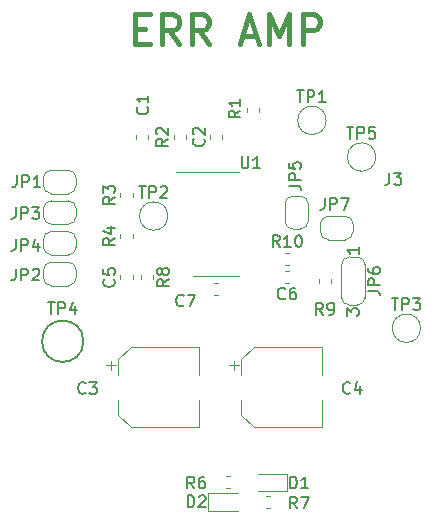
<source format=gbr>
G04 #@! TF.GenerationSoftware,KiCad,Pcbnew,(5.1.5)-3*
G04 #@! TF.CreationDate,2020-10-27T23:36:23+01:00*
G04 #@! TF.ProjectId,error_amplifier_1,6572726f-725f-4616-9d70-6c6966696572,rev?*
G04 #@! TF.SameCoordinates,Original*
G04 #@! TF.FileFunction,Legend,Top*
G04 #@! TF.FilePolarity,Positive*
%FSLAX46Y46*%
G04 Gerber Fmt 4.6, Leading zero omitted, Abs format (unit mm)*
G04 Created by KiCad (PCBNEW (5.1.5)-3) date 2020-10-27 23:36:23*
%MOMM*%
%LPD*%
G04 APERTURE LIST*
%ADD10C,0.400000*%
%ADD11C,0.120000*%
%ADD12C,0.150000*%
G04 APERTURE END LIST*
D10*
X107361904Y-116221428D02*
X108195238Y-116221428D01*
X108552380Y-117530952D02*
X107361904Y-117530952D01*
X107361904Y-115030952D01*
X108552380Y-115030952D01*
X111052380Y-117530952D02*
X110219047Y-116340476D01*
X109623809Y-117530952D02*
X109623809Y-115030952D01*
X110576190Y-115030952D01*
X110814285Y-115150000D01*
X110933333Y-115269047D01*
X111052380Y-115507142D01*
X111052380Y-115864285D01*
X110933333Y-116102380D01*
X110814285Y-116221428D01*
X110576190Y-116340476D01*
X109623809Y-116340476D01*
X113552380Y-117530952D02*
X112719047Y-116340476D01*
X112123809Y-117530952D02*
X112123809Y-115030952D01*
X113076190Y-115030952D01*
X113314285Y-115150000D01*
X113433333Y-115269047D01*
X113552380Y-115507142D01*
X113552380Y-115864285D01*
X113433333Y-116102380D01*
X113314285Y-116221428D01*
X113076190Y-116340476D01*
X112123809Y-116340476D01*
X116409523Y-116816666D02*
X117600000Y-116816666D01*
X116171428Y-117530952D02*
X117004761Y-115030952D01*
X117838095Y-117530952D01*
X118671428Y-117530952D02*
X118671428Y-115030952D01*
X119504761Y-116816666D01*
X120338095Y-115030952D01*
X120338095Y-117530952D01*
X121528571Y-117530952D02*
X121528571Y-115030952D01*
X122480952Y-115030952D01*
X122719047Y-115150000D01*
X122838095Y-115269047D01*
X122957142Y-115507142D01*
X122957142Y-115864285D01*
X122838095Y-116102380D01*
X122719047Y-116221428D01*
X122480952Y-116340476D01*
X121528571Y-116340476D01*
D11*
X127700000Y-127100000D02*
G75*
G03X127700000Y-127100000I-1200000J0D01*
G01*
X131500000Y-141600000D02*
G75*
G03X131500000Y-141600000I-1200000J0D01*
G01*
X110100000Y-132100000D02*
G75*
G03X110100000Y-132100000I-1200000J0D01*
G01*
X123500000Y-124000000D02*
G75*
G03X123500000Y-124000000I-1200000J0D01*
G01*
X114200000Y-128345000D02*
X110750000Y-128345000D01*
X114200000Y-128345000D02*
X116150000Y-128345000D01*
X114200000Y-137215000D02*
X112250000Y-137215000D01*
X114200000Y-137215000D02*
X116150000Y-137215000D01*
D12*
X102950000Y-142700000D02*
G75*
G03X102950000Y-142700000I-1750000J0D01*
G01*
D11*
X120028733Y-136210000D02*
X120371267Y-136210000D01*
X120028733Y-135190000D02*
X120371267Y-135190000D01*
X122890000Y-137428733D02*
X122890000Y-137771267D01*
X123910000Y-137428733D02*
X123910000Y-137771267D01*
X107790000Y-137128733D02*
X107790000Y-137471267D01*
X108810000Y-137128733D02*
X108810000Y-137471267D01*
X118388733Y-156830000D02*
X118731267Y-156830000D01*
X118388733Y-155810000D02*
X118731267Y-155810000D01*
X115371267Y-154130000D02*
X115028733Y-154130000D01*
X115371267Y-155150000D02*
X115028733Y-155150000D01*
X107110000Y-133971267D02*
X107110000Y-133628733D01*
X106090000Y-133971267D02*
X106090000Y-133628733D01*
X107110000Y-130471267D02*
X107110000Y-130128733D01*
X106090000Y-130471267D02*
X106090000Y-130128733D01*
X111610000Y-125571267D02*
X111610000Y-125228733D01*
X110590000Y-125571267D02*
X110590000Y-125228733D01*
X117810000Y-123271267D02*
X117810000Y-122928733D01*
X116790000Y-123271267D02*
X116790000Y-122928733D01*
X125100000Y-134100000D02*
X123700000Y-134100000D01*
X123000000Y-133400000D02*
X123000000Y-132800000D01*
X123700000Y-132100000D02*
X125100000Y-132100000D01*
X125800000Y-132800000D02*
X125800000Y-133400000D01*
X125800000Y-133400000D02*
G75*
G02X125100000Y-134100000I-700000J0D01*
G01*
X125100000Y-132100000D02*
G75*
G02X125800000Y-132800000I0J-700000D01*
G01*
X123000000Y-132800000D02*
G75*
G02X123700000Y-132100000I700000J0D01*
G01*
X123700000Y-134100000D02*
G75*
G02X123000000Y-133400000I0J700000D01*
G01*
X126100000Y-135550000D02*
G75*
G02X126800000Y-136250000I0J-700000D01*
G01*
X124800000Y-136250000D02*
G75*
G02X125500000Y-135550000I700000J0D01*
G01*
X125500000Y-139650000D02*
G75*
G02X124800000Y-138950000I0J700000D01*
G01*
X126800000Y-138950000D02*
G75*
G02X126100000Y-139650000I-700000J0D01*
G01*
X126800000Y-136200000D02*
X126800000Y-139000000D01*
X126100000Y-139650000D02*
X125500000Y-139650000D01*
X124800000Y-139000000D02*
X124800000Y-136200000D01*
X125500000Y-135550000D02*
X126100000Y-135550000D01*
X120000000Y-132500000D02*
X120000000Y-131100000D01*
X120700000Y-130400000D02*
X121300000Y-130400000D01*
X122000000Y-131100000D02*
X122000000Y-132500000D01*
X121300000Y-133200000D02*
X120700000Y-133200000D01*
X120700000Y-133200000D02*
G75*
G02X120000000Y-132500000I0J700000D01*
G01*
X122000000Y-132500000D02*
G75*
G02X121300000Y-133200000I-700000J0D01*
G01*
X121300000Y-130400000D02*
G75*
G02X122000000Y-131100000I0J-700000D01*
G01*
X120000000Y-131100000D02*
G75*
G02X120700000Y-130400000I700000J0D01*
G01*
X100250000Y-133400000D02*
X101650000Y-133400000D01*
X102350000Y-134100000D02*
X102350000Y-134700000D01*
X101650000Y-135400000D02*
X100250000Y-135400000D01*
X99550000Y-134700000D02*
X99550000Y-134100000D01*
X99550000Y-134100000D02*
G75*
G02X100250000Y-133400000I700000J0D01*
G01*
X100250000Y-135400000D02*
G75*
G02X99550000Y-134700000I0J700000D01*
G01*
X102350000Y-134700000D02*
G75*
G02X101650000Y-135400000I-700000J0D01*
G01*
X101650000Y-133400000D02*
G75*
G02X102350000Y-134100000I0J-700000D01*
G01*
X100250000Y-130800000D02*
X101650000Y-130800000D01*
X102350000Y-131500000D02*
X102350000Y-132100000D01*
X101650000Y-132800000D02*
X100250000Y-132800000D01*
X99550000Y-132100000D02*
X99550000Y-131500000D01*
X99550000Y-131500000D02*
G75*
G02X100250000Y-130800000I700000J0D01*
G01*
X100250000Y-132800000D02*
G75*
G02X99550000Y-132100000I0J700000D01*
G01*
X102350000Y-132100000D02*
G75*
G02X101650000Y-132800000I-700000J0D01*
G01*
X101650000Y-130800000D02*
G75*
G02X102350000Y-131500000I0J-700000D01*
G01*
X100250000Y-136000000D02*
X101650000Y-136000000D01*
X102350000Y-136700000D02*
X102350000Y-137300000D01*
X101650000Y-138000000D02*
X100250000Y-138000000D01*
X99550000Y-137300000D02*
X99550000Y-136700000D01*
X99550000Y-136700000D02*
G75*
G02X100250000Y-136000000I700000J0D01*
G01*
X100250000Y-138000000D02*
G75*
G02X99550000Y-137300000I0J700000D01*
G01*
X102350000Y-137300000D02*
G75*
G02X101650000Y-138000000I-700000J0D01*
G01*
X101650000Y-136000000D02*
G75*
G02X102350000Y-136700000I0J-700000D01*
G01*
X100250000Y-128200000D02*
X101650000Y-128200000D01*
X102350000Y-128900000D02*
X102350000Y-129500000D01*
X101650000Y-130200000D02*
X100250000Y-130200000D01*
X99550000Y-129500000D02*
X99550000Y-128900000D01*
X99550000Y-128900000D02*
G75*
G02X100250000Y-128200000I700000J0D01*
G01*
X100250000Y-130200000D02*
G75*
G02X99550000Y-129500000I0J700000D01*
G01*
X102350000Y-129500000D02*
G75*
G02X101650000Y-130200000I-700000J0D01*
G01*
X101650000Y-128200000D02*
G75*
G02X102350000Y-128900000I0J-700000D01*
G01*
X113540000Y-157055000D02*
X116000000Y-157055000D01*
X113540000Y-155585000D02*
X113540000Y-157055000D01*
X116000000Y-155585000D02*
X113540000Y-155585000D01*
X120160000Y-153905000D02*
X117700000Y-153905000D01*
X120160000Y-155375000D02*
X120160000Y-153905000D01*
X117700000Y-155375000D02*
X120160000Y-155375000D01*
X114371267Y-137790000D02*
X114028733Y-137790000D01*
X114371267Y-138810000D02*
X114028733Y-138810000D01*
X120028733Y-137810000D02*
X120371267Y-137810000D01*
X120028733Y-136790000D02*
X120371267Y-136790000D01*
X107110000Y-137471267D02*
X107110000Y-137128733D01*
X106090000Y-137471267D02*
X106090000Y-137128733D01*
X115696250Y-144338750D02*
X115696250Y-145126250D01*
X115302500Y-144732500D02*
X116090000Y-144732500D01*
X116330000Y-148925563D02*
X117394437Y-149990000D01*
X116330000Y-144234437D02*
X117394437Y-143170000D01*
X116330000Y-144234437D02*
X116330000Y-145520000D01*
X116330000Y-148925563D02*
X116330000Y-147640000D01*
X117394437Y-149990000D02*
X123150000Y-149990000D01*
X117394437Y-143170000D02*
X123150000Y-143170000D01*
X123150000Y-143170000D02*
X123150000Y-145520000D01*
X123150000Y-149990000D02*
X123150000Y-147640000D01*
X105276250Y-144338750D02*
X105276250Y-145126250D01*
X104882500Y-144732500D02*
X105670000Y-144732500D01*
X105910000Y-148925563D02*
X106974437Y-149990000D01*
X105910000Y-144234437D02*
X106974437Y-143170000D01*
X105910000Y-144234437D02*
X105910000Y-145520000D01*
X105910000Y-148925563D02*
X105910000Y-147640000D01*
X106974437Y-149990000D02*
X112730000Y-149990000D01*
X106974437Y-143170000D02*
X112730000Y-143170000D01*
X112730000Y-143170000D02*
X112730000Y-145520000D01*
X112730000Y-149990000D02*
X112730000Y-147640000D01*
X114710000Y-125571267D02*
X114710000Y-125228733D01*
X113690000Y-125571267D02*
X113690000Y-125228733D01*
X108410000Y-125571267D02*
X108410000Y-125228733D01*
X107390000Y-125571267D02*
X107390000Y-125228733D01*
D12*
X125238095Y-124554380D02*
X125809523Y-124554380D01*
X125523809Y-125554380D02*
X125523809Y-124554380D01*
X126142857Y-125554380D02*
X126142857Y-124554380D01*
X126523809Y-124554380D01*
X126619047Y-124602000D01*
X126666666Y-124649619D01*
X126714285Y-124744857D01*
X126714285Y-124887714D01*
X126666666Y-124982952D01*
X126619047Y-125030571D01*
X126523809Y-125078190D01*
X126142857Y-125078190D01*
X127619047Y-124554380D02*
X127142857Y-124554380D01*
X127095238Y-125030571D01*
X127142857Y-124982952D01*
X127238095Y-124935333D01*
X127476190Y-124935333D01*
X127571428Y-124982952D01*
X127619047Y-125030571D01*
X127666666Y-125125809D01*
X127666666Y-125363904D01*
X127619047Y-125459142D01*
X127571428Y-125506761D01*
X127476190Y-125554380D01*
X127238095Y-125554380D01*
X127142857Y-125506761D01*
X127095238Y-125459142D01*
X129038095Y-139054380D02*
X129609523Y-139054380D01*
X129323809Y-140054380D02*
X129323809Y-139054380D01*
X129942857Y-140054380D02*
X129942857Y-139054380D01*
X130323809Y-139054380D01*
X130419047Y-139102000D01*
X130466666Y-139149619D01*
X130514285Y-139244857D01*
X130514285Y-139387714D01*
X130466666Y-139482952D01*
X130419047Y-139530571D01*
X130323809Y-139578190D01*
X129942857Y-139578190D01*
X130847619Y-139054380D02*
X131466666Y-139054380D01*
X131133333Y-139435333D01*
X131276190Y-139435333D01*
X131371428Y-139482952D01*
X131419047Y-139530571D01*
X131466666Y-139625809D01*
X131466666Y-139863904D01*
X131419047Y-139959142D01*
X131371428Y-140006761D01*
X131276190Y-140054380D01*
X130990476Y-140054380D01*
X130895238Y-140006761D01*
X130847619Y-139959142D01*
X107638095Y-129554380D02*
X108209523Y-129554380D01*
X107923809Y-130554380D02*
X107923809Y-129554380D01*
X108542857Y-130554380D02*
X108542857Y-129554380D01*
X108923809Y-129554380D01*
X109019047Y-129602000D01*
X109066666Y-129649619D01*
X109114285Y-129744857D01*
X109114285Y-129887714D01*
X109066666Y-129982952D01*
X109019047Y-130030571D01*
X108923809Y-130078190D01*
X108542857Y-130078190D01*
X109495238Y-129649619D02*
X109542857Y-129602000D01*
X109638095Y-129554380D01*
X109876190Y-129554380D01*
X109971428Y-129602000D01*
X110019047Y-129649619D01*
X110066666Y-129744857D01*
X110066666Y-129840095D01*
X110019047Y-129982952D01*
X109447619Y-130554380D01*
X110066666Y-130554380D01*
X121038095Y-121454380D02*
X121609523Y-121454380D01*
X121323809Y-122454380D02*
X121323809Y-121454380D01*
X121942857Y-122454380D02*
X121942857Y-121454380D01*
X122323809Y-121454380D01*
X122419047Y-121502000D01*
X122466666Y-121549619D01*
X122514285Y-121644857D01*
X122514285Y-121787714D01*
X122466666Y-121882952D01*
X122419047Y-121930571D01*
X122323809Y-121978190D01*
X121942857Y-121978190D01*
X123466666Y-122454380D02*
X122895238Y-122454380D01*
X123180952Y-122454380D02*
X123180952Y-121454380D01*
X123085714Y-121597238D01*
X122990476Y-121692476D01*
X122895238Y-121740095D01*
X116338095Y-127052380D02*
X116338095Y-127861904D01*
X116385714Y-127957142D01*
X116433333Y-128004761D01*
X116528571Y-128052380D01*
X116719047Y-128052380D01*
X116814285Y-128004761D01*
X116861904Y-127957142D01*
X116909523Y-127861904D01*
X116909523Y-127052380D01*
X117909523Y-128052380D02*
X117338095Y-128052380D01*
X117623809Y-128052380D02*
X117623809Y-127052380D01*
X117528571Y-127195238D01*
X117433333Y-127290476D01*
X117338095Y-127338095D01*
X99938095Y-139402380D02*
X100509523Y-139402380D01*
X100223809Y-140402380D02*
X100223809Y-139402380D01*
X100842857Y-140402380D02*
X100842857Y-139402380D01*
X101223809Y-139402380D01*
X101319047Y-139450000D01*
X101366666Y-139497619D01*
X101414285Y-139592857D01*
X101414285Y-139735714D01*
X101366666Y-139830952D01*
X101319047Y-139878571D01*
X101223809Y-139926190D01*
X100842857Y-139926190D01*
X102271428Y-139735714D02*
X102271428Y-140402380D01*
X102033333Y-139354761D02*
X101795238Y-140069047D01*
X102414285Y-140069047D01*
X119557142Y-134722380D02*
X119223809Y-134246190D01*
X118985714Y-134722380D02*
X118985714Y-133722380D01*
X119366666Y-133722380D01*
X119461904Y-133770000D01*
X119509523Y-133817619D01*
X119557142Y-133912857D01*
X119557142Y-134055714D01*
X119509523Y-134150952D01*
X119461904Y-134198571D01*
X119366666Y-134246190D01*
X118985714Y-134246190D01*
X120509523Y-134722380D02*
X119938095Y-134722380D01*
X120223809Y-134722380D02*
X120223809Y-133722380D01*
X120128571Y-133865238D01*
X120033333Y-133960476D01*
X119938095Y-134008095D01*
X121128571Y-133722380D02*
X121223809Y-133722380D01*
X121319047Y-133770000D01*
X121366666Y-133817619D01*
X121414285Y-133912857D01*
X121461904Y-134103333D01*
X121461904Y-134341428D01*
X121414285Y-134531904D01*
X121366666Y-134627142D01*
X121319047Y-134674761D01*
X121223809Y-134722380D01*
X121128571Y-134722380D01*
X121033333Y-134674761D01*
X120985714Y-134627142D01*
X120938095Y-134531904D01*
X120890476Y-134341428D01*
X120890476Y-134103333D01*
X120938095Y-133912857D01*
X120985714Y-133817619D01*
X121033333Y-133770000D01*
X121128571Y-133722380D01*
X123233333Y-140452380D02*
X122900000Y-139976190D01*
X122661904Y-140452380D02*
X122661904Y-139452380D01*
X123042857Y-139452380D01*
X123138095Y-139500000D01*
X123185714Y-139547619D01*
X123233333Y-139642857D01*
X123233333Y-139785714D01*
X123185714Y-139880952D01*
X123138095Y-139928571D01*
X123042857Y-139976190D01*
X122661904Y-139976190D01*
X123709523Y-140452380D02*
X123900000Y-140452380D01*
X123995238Y-140404761D01*
X124042857Y-140357142D01*
X124138095Y-140214285D01*
X124185714Y-140023809D01*
X124185714Y-139642857D01*
X124138095Y-139547619D01*
X124090476Y-139500000D01*
X123995238Y-139452380D01*
X123804761Y-139452380D01*
X123709523Y-139500000D01*
X123661904Y-139547619D01*
X123614285Y-139642857D01*
X123614285Y-139880952D01*
X123661904Y-139976190D01*
X123709523Y-140023809D01*
X123804761Y-140071428D01*
X123995238Y-140071428D01*
X124090476Y-140023809D01*
X124138095Y-139976190D01*
X124185714Y-139880952D01*
X110182380Y-137466666D02*
X109706190Y-137800000D01*
X110182380Y-138038095D02*
X109182380Y-138038095D01*
X109182380Y-137657142D01*
X109230000Y-137561904D01*
X109277619Y-137514285D01*
X109372857Y-137466666D01*
X109515714Y-137466666D01*
X109610952Y-137514285D01*
X109658571Y-137561904D01*
X109706190Y-137657142D01*
X109706190Y-138038095D01*
X109610952Y-136895238D02*
X109563333Y-136990476D01*
X109515714Y-137038095D01*
X109420476Y-137085714D01*
X109372857Y-137085714D01*
X109277619Y-137038095D01*
X109230000Y-136990476D01*
X109182380Y-136895238D01*
X109182380Y-136704761D01*
X109230000Y-136609523D01*
X109277619Y-136561904D01*
X109372857Y-136514285D01*
X109420476Y-136514285D01*
X109515714Y-136561904D01*
X109563333Y-136609523D01*
X109610952Y-136704761D01*
X109610952Y-136895238D01*
X109658571Y-136990476D01*
X109706190Y-137038095D01*
X109801428Y-137085714D01*
X109991904Y-137085714D01*
X110087142Y-137038095D01*
X110134761Y-136990476D01*
X110182380Y-136895238D01*
X110182380Y-136704761D01*
X110134761Y-136609523D01*
X110087142Y-136561904D01*
X109991904Y-136514285D01*
X109801428Y-136514285D01*
X109706190Y-136561904D01*
X109658571Y-136609523D01*
X109610952Y-136704761D01*
X121033333Y-156852380D02*
X120700000Y-156376190D01*
X120461904Y-156852380D02*
X120461904Y-155852380D01*
X120842857Y-155852380D01*
X120938095Y-155900000D01*
X120985714Y-155947619D01*
X121033333Y-156042857D01*
X121033333Y-156185714D01*
X120985714Y-156280952D01*
X120938095Y-156328571D01*
X120842857Y-156376190D01*
X120461904Y-156376190D01*
X121366666Y-155852380D02*
X122033333Y-155852380D01*
X121604761Y-156852380D01*
X112333333Y-155152380D02*
X112000000Y-154676190D01*
X111761904Y-155152380D02*
X111761904Y-154152380D01*
X112142857Y-154152380D01*
X112238095Y-154200000D01*
X112285714Y-154247619D01*
X112333333Y-154342857D01*
X112333333Y-154485714D01*
X112285714Y-154580952D01*
X112238095Y-154628571D01*
X112142857Y-154676190D01*
X111761904Y-154676190D01*
X113190476Y-154152380D02*
X113000000Y-154152380D01*
X112904761Y-154200000D01*
X112857142Y-154247619D01*
X112761904Y-154390476D01*
X112714285Y-154580952D01*
X112714285Y-154961904D01*
X112761904Y-155057142D01*
X112809523Y-155104761D01*
X112904761Y-155152380D01*
X113095238Y-155152380D01*
X113190476Y-155104761D01*
X113238095Y-155057142D01*
X113285714Y-154961904D01*
X113285714Y-154723809D01*
X113238095Y-154628571D01*
X113190476Y-154580952D01*
X113095238Y-154533333D01*
X112904761Y-154533333D01*
X112809523Y-154580952D01*
X112761904Y-154628571D01*
X112714285Y-154723809D01*
X105622380Y-133966666D02*
X105146190Y-134300000D01*
X105622380Y-134538095D02*
X104622380Y-134538095D01*
X104622380Y-134157142D01*
X104670000Y-134061904D01*
X104717619Y-134014285D01*
X104812857Y-133966666D01*
X104955714Y-133966666D01*
X105050952Y-134014285D01*
X105098571Y-134061904D01*
X105146190Y-134157142D01*
X105146190Y-134538095D01*
X104955714Y-133109523D02*
X105622380Y-133109523D01*
X104574761Y-133347619D02*
X105289047Y-133585714D01*
X105289047Y-132966666D01*
X105622380Y-130466666D02*
X105146190Y-130800000D01*
X105622380Y-131038095D02*
X104622380Y-131038095D01*
X104622380Y-130657142D01*
X104670000Y-130561904D01*
X104717619Y-130514285D01*
X104812857Y-130466666D01*
X104955714Y-130466666D01*
X105050952Y-130514285D01*
X105098571Y-130561904D01*
X105146190Y-130657142D01*
X105146190Y-131038095D01*
X104622380Y-130133333D02*
X104622380Y-129514285D01*
X105003333Y-129847619D01*
X105003333Y-129704761D01*
X105050952Y-129609523D01*
X105098571Y-129561904D01*
X105193809Y-129514285D01*
X105431904Y-129514285D01*
X105527142Y-129561904D01*
X105574761Y-129609523D01*
X105622380Y-129704761D01*
X105622380Y-129990476D01*
X105574761Y-130085714D01*
X105527142Y-130133333D01*
X110122380Y-125566666D02*
X109646190Y-125900000D01*
X110122380Y-126138095D02*
X109122380Y-126138095D01*
X109122380Y-125757142D01*
X109170000Y-125661904D01*
X109217619Y-125614285D01*
X109312857Y-125566666D01*
X109455714Y-125566666D01*
X109550952Y-125614285D01*
X109598571Y-125661904D01*
X109646190Y-125757142D01*
X109646190Y-126138095D01*
X109217619Y-125185714D02*
X109170000Y-125138095D01*
X109122380Y-125042857D01*
X109122380Y-124804761D01*
X109170000Y-124709523D01*
X109217619Y-124661904D01*
X109312857Y-124614285D01*
X109408095Y-124614285D01*
X109550952Y-124661904D01*
X110122380Y-125233333D01*
X110122380Y-124614285D01*
X116252380Y-123166666D02*
X115776190Y-123500000D01*
X116252380Y-123738095D02*
X115252380Y-123738095D01*
X115252380Y-123357142D01*
X115300000Y-123261904D01*
X115347619Y-123214285D01*
X115442857Y-123166666D01*
X115585714Y-123166666D01*
X115680952Y-123214285D01*
X115728571Y-123261904D01*
X115776190Y-123357142D01*
X115776190Y-123738095D01*
X116252380Y-122214285D02*
X116252380Y-122785714D01*
X116252380Y-122500000D02*
X115252380Y-122500000D01*
X115395238Y-122595238D01*
X115490476Y-122690476D01*
X115538095Y-122785714D01*
X123366666Y-130552380D02*
X123366666Y-131266666D01*
X123319047Y-131409523D01*
X123223809Y-131504761D01*
X123080952Y-131552380D01*
X122985714Y-131552380D01*
X123842857Y-131552380D02*
X123842857Y-130552380D01*
X124223809Y-130552380D01*
X124319047Y-130600000D01*
X124366666Y-130647619D01*
X124414285Y-130742857D01*
X124414285Y-130885714D01*
X124366666Y-130980952D01*
X124319047Y-131028571D01*
X124223809Y-131076190D01*
X123842857Y-131076190D01*
X124747619Y-130552380D02*
X125414285Y-130552380D01*
X124985714Y-131552380D01*
X127052380Y-138433333D02*
X127766666Y-138433333D01*
X127909523Y-138480952D01*
X128004761Y-138576190D01*
X128052380Y-138719047D01*
X128052380Y-138814285D01*
X128052380Y-137957142D02*
X127052380Y-137957142D01*
X127052380Y-137576190D01*
X127100000Y-137480952D01*
X127147619Y-137433333D01*
X127242857Y-137385714D01*
X127385714Y-137385714D01*
X127480952Y-137433333D01*
X127528571Y-137480952D01*
X127576190Y-137576190D01*
X127576190Y-137957142D01*
X127052380Y-136528571D02*
X127052380Y-136719047D01*
X127100000Y-136814285D01*
X127147619Y-136861904D01*
X127290476Y-136957142D01*
X127480952Y-137004761D01*
X127861904Y-137004761D01*
X127957142Y-136957142D01*
X128004761Y-136909523D01*
X128052380Y-136814285D01*
X128052380Y-136623809D01*
X128004761Y-136528571D01*
X127957142Y-136480952D01*
X127861904Y-136433333D01*
X127623809Y-136433333D01*
X127528571Y-136480952D01*
X127480952Y-136528571D01*
X127433333Y-136623809D01*
X127433333Y-136814285D01*
X127480952Y-136909523D01*
X127528571Y-136957142D01*
X127623809Y-137004761D01*
X126252380Y-134714285D02*
X126252380Y-135285714D01*
X126252380Y-135000000D02*
X125252380Y-135000000D01*
X125395238Y-135095238D01*
X125490476Y-135190476D01*
X125538095Y-135285714D01*
X125252380Y-140533333D02*
X125252380Y-139914285D01*
X125633333Y-140247619D01*
X125633333Y-140104761D01*
X125680952Y-140009523D01*
X125728571Y-139961904D01*
X125823809Y-139914285D01*
X126061904Y-139914285D01*
X126157142Y-139961904D01*
X126204761Y-140009523D01*
X126252380Y-140104761D01*
X126252380Y-140390476D01*
X126204761Y-140485714D01*
X126157142Y-140533333D01*
X120352380Y-129533333D02*
X121066666Y-129533333D01*
X121209523Y-129580952D01*
X121304761Y-129676190D01*
X121352380Y-129819047D01*
X121352380Y-129914285D01*
X121352380Y-129057142D02*
X120352380Y-129057142D01*
X120352380Y-128676190D01*
X120400000Y-128580952D01*
X120447619Y-128533333D01*
X120542857Y-128485714D01*
X120685714Y-128485714D01*
X120780952Y-128533333D01*
X120828571Y-128580952D01*
X120876190Y-128676190D01*
X120876190Y-129057142D01*
X120352380Y-127580952D02*
X120352380Y-128057142D01*
X120828571Y-128104761D01*
X120780952Y-128057142D01*
X120733333Y-127961904D01*
X120733333Y-127723809D01*
X120780952Y-127628571D01*
X120828571Y-127580952D01*
X120923809Y-127533333D01*
X121161904Y-127533333D01*
X121257142Y-127580952D01*
X121304761Y-127628571D01*
X121352380Y-127723809D01*
X121352380Y-127961904D01*
X121304761Y-128057142D01*
X121257142Y-128104761D01*
X97216666Y-134052380D02*
X97216666Y-134766666D01*
X97169047Y-134909523D01*
X97073809Y-135004761D01*
X96930952Y-135052380D01*
X96835714Y-135052380D01*
X97692857Y-135052380D02*
X97692857Y-134052380D01*
X98073809Y-134052380D01*
X98169047Y-134100000D01*
X98216666Y-134147619D01*
X98264285Y-134242857D01*
X98264285Y-134385714D01*
X98216666Y-134480952D01*
X98169047Y-134528571D01*
X98073809Y-134576190D01*
X97692857Y-134576190D01*
X99121428Y-134385714D02*
X99121428Y-135052380D01*
X98883333Y-134004761D02*
X98645238Y-134719047D01*
X99264285Y-134719047D01*
X97216666Y-131352380D02*
X97216666Y-132066666D01*
X97169047Y-132209523D01*
X97073809Y-132304761D01*
X96930952Y-132352380D01*
X96835714Y-132352380D01*
X97692857Y-132352380D02*
X97692857Y-131352380D01*
X98073809Y-131352380D01*
X98169047Y-131400000D01*
X98216666Y-131447619D01*
X98264285Y-131542857D01*
X98264285Y-131685714D01*
X98216666Y-131780952D01*
X98169047Y-131828571D01*
X98073809Y-131876190D01*
X97692857Y-131876190D01*
X98597619Y-131352380D02*
X99216666Y-131352380D01*
X98883333Y-131733333D01*
X99026190Y-131733333D01*
X99121428Y-131780952D01*
X99169047Y-131828571D01*
X99216666Y-131923809D01*
X99216666Y-132161904D01*
X99169047Y-132257142D01*
X99121428Y-132304761D01*
X99026190Y-132352380D01*
X98740476Y-132352380D01*
X98645238Y-132304761D01*
X98597619Y-132257142D01*
X97216666Y-136552380D02*
X97216666Y-137266666D01*
X97169047Y-137409523D01*
X97073809Y-137504761D01*
X96930952Y-137552380D01*
X96835714Y-137552380D01*
X97692857Y-137552380D02*
X97692857Y-136552380D01*
X98073809Y-136552380D01*
X98169047Y-136600000D01*
X98216666Y-136647619D01*
X98264285Y-136742857D01*
X98264285Y-136885714D01*
X98216666Y-136980952D01*
X98169047Y-137028571D01*
X98073809Y-137076190D01*
X97692857Y-137076190D01*
X98645238Y-136647619D02*
X98692857Y-136600000D01*
X98788095Y-136552380D01*
X99026190Y-136552380D01*
X99121428Y-136600000D01*
X99169047Y-136647619D01*
X99216666Y-136742857D01*
X99216666Y-136838095D01*
X99169047Y-136980952D01*
X98597619Y-137552380D01*
X99216666Y-137552380D01*
X97316666Y-128652380D02*
X97316666Y-129366666D01*
X97269047Y-129509523D01*
X97173809Y-129604761D01*
X97030952Y-129652380D01*
X96935714Y-129652380D01*
X97792857Y-129652380D02*
X97792857Y-128652380D01*
X98173809Y-128652380D01*
X98269047Y-128700000D01*
X98316666Y-128747619D01*
X98364285Y-128842857D01*
X98364285Y-128985714D01*
X98316666Y-129080952D01*
X98269047Y-129128571D01*
X98173809Y-129176190D01*
X97792857Y-129176190D01*
X99316666Y-129652380D02*
X98745238Y-129652380D01*
X99030952Y-129652380D02*
X99030952Y-128652380D01*
X98935714Y-128795238D01*
X98840476Y-128890476D01*
X98745238Y-128938095D01*
X128866666Y-128452380D02*
X128866666Y-129166666D01*
X128819047Y-129309523D01*
X128723809Y-129404761D01*
X128580952Y-129452380D01*
X128485714Y-129452380D01*
X129247619Y-128452380D02*
X129866666Y-128452380D01*
X129533333Y-128833333D01*
X129676190Y-128833333D01*
X129771428Y-128880952D01*
X129819047Y-128928571D01*
X129866666Y-129023809D01*
X129866666Y-129261904D01*
X129819047Y-129357142D01*
X129771428Y-129404761D01*
X129676190Y-129452380D01*
X129390476Y-129452380D01*
X129295238Y-129404761D01*
X129247619Y-129357142D01*
X111781904Y-156752380D02*
X111781904Y-155752380D01*
X112020000Y-155752380D01*
X112162857Y-155800000D01*
X112258095Y-155895238D01*
X112305714Y-155990476D01*
X112353333Y-156180952D01*
X112353333Y-156323809D01*
X112305714Y-156514285D01*
X112258095Y-156609523D01*
X112162857Y-156704761D01*
X112020000Y-156752380D01*
X111781904Y-156752380D01*
X112734285Y-155847619D02*
X112781904Y-155800000D01*
X112877142Y-155752380D01*
X113115238Y-155752380D01*
X113210476Y-155800000D01*
X113258095Y-155847619D01*
X113305714Y-155942857D01*
X113305714Y-156038095D01*
X113258095Y-156180952D01*
X112686666Y-156752380D01*
X113305714Y-156752380D01*
X120461904Y-155152380D02*
X120461904Y-154152380D01*
X120700000Y-154152380D01*
X120842857Y-154200000D01*
X120938095Y-154295238D01*
X120985714Y-154390476D01*
X121033333Y-154580952D01*
X121033333Y-154723809D01*
X120985714Y-154914285D01*
X120938095Y-155009523D01*
X120842857Y-155104761D01*
X120700000Y-155152380D01*
X120461904Y-155152380D01*
X121985714Y-155152380D02*
X121414285Y-155152380D01*
X121700000Y-155152380D02*
X121700000Y-154152380D01*
X121604761Y-154295238D01*
X121509523Y-154390476D01*
X121414285Y-154438095D01*
X111433333Y-139657142D02*
X111385714Y-139704761D01*
X111242857Y-139752380D01*
X111147619Y-139752380D01*
X111004761Y-139704761D01*
X110909523Y-139609523D01*
X110861904Y-139514285D01*
X110814285Y-139323809D01*
X110814285Y-139180952D01*
X110861904Y-138990476D01*
X110909523Y-138895238D01*
X111004761Y-138800000D01*
X111147619Y-138752380D01*
X111242857Y-138752380D01*
X111385714Y-138800000D01*
X111433333Y-138847619D01*
X111766666Y-138752380D02*
X112433333Y-138752380D01*
X112004761Y-139752380D01*
X120033333Y-139057142D02*
X119985714Y-139104761D01*
X119842857Y-139152380D01*
X119747619Y-139152380D01*
X119604761Y-139104761D01*
X119509523Y-139009523D01*
X119461904Y-138914285D01*
X119414285Y-138723809D01*
X119414285Y-138580952D01*
X119461904Y-138390476D01*
X119509523Y-138295238D01*
X119604761Y-138200000D01*
X119747619Y-138152380D01*
X119842857Y-138152380D01*
X119985714Y-138200000D01*
X120033333Y-138247619D01*
X120890476Y-138152380D02*
X120700000Y-138152380D01*
X120604761Y-138200000D01*
X120557142Y-138247619D01*
X120461904Y-138390476D01*
X120414285Y-138580952D01*
X120414285Y-138961904D01*
X120461904Y-139057142D01*
X120509523Y-139104761D01*
X120604761Y-139152380D01*
X120795238Y-139152380D01*
X120890476Y-139104761D01*
X120938095Y-139057142D01*
X120985714Y-138961904D01*
X120985714Y-138723809D01*
X120938095Y-138628571D01*
X120890476Y-138580952D01*
X120795238Y-138533333D01*
X120604761Y-138533333D01*
X120509523Y-138580952D01*
X120461904Y-138628571D01*
X120414285Y-138723809D01*
X105527142Y-137466666D02*
X105574761Y-137514285D01*
X105622380Y-137657142D01*
X105622380Y-137752380D01*
X105574761Y-137895238D01*
X105479523Y-137990476D01*
X105384285Y-138038095D01*
X105193809Y-138085714D01*
X105050952Y-138085714D01*
X104860476Y-138038095D01*
X104765238Y-137990476D01*
X104670000Y-137895238D01*
X104622380Y-137752380D01*
X104622380Y-137657142D01*
X104670000Y-137514285D01*
X104717619Y-137466666D01*
X104622380Y-136561904D02*
X104622380Y-137038095D01*
X105098571Y-137085714D01*
X105050952Y-137038095D01*
X105003333Y-136942857D01*
X105003333Y-136704761D01*
X105050952Y-136609523D01*
X105098571Y-136561904D01*
X105193809Y-136514285D01*
X105431904Y-136514285D01*
X105527142Y-136561904D01*
X105574761Y-136609523D01*
X105622380Y-136704761D01*
X105622380Y-136942857D01*
X105574761Y-137038095D01*
X105527142Y-137085714D01*
X125533333Y-147057142D02*
X125485714Y-147104761D01*
X125342857Y-147152380D01*
X125247619Y-147152380D01*
X125104761Y-147104761D01*
X125009523Y-147009523D01*
X124961904Y-146914285D01*
X124914285Y-146723809D01*
X124914285Y-146580952D01*
X124961904Y-146390476D01*
X125009523Y-146295238D01*
X125104761Y-146200000D01*
X125247619Y-146152380D01*
X125342857Y-146152380D01*
X125485714Y-146200000D01*
X125533333Y-146247619D01*
X126390476Y-146485714D02*
X126390476Y-147152380D01*
X126152380Y-146104761D02*
X125914285Y-146819047D01*
X126533333Y-146819047D01*
X103133333Y-147057142D02*
X103085714Y-147104761D01*
X102942857Y-147152380D01*
X102847619Y-147152380D01*
X102704761Y-147104761D01*
X102609523Y-147009523D01*
X102561904Y-146914285D01*
X102514285Y-146723809D01*
X102514285Y-146580952D01*
X102561904Y-146390476D01*
X102609523Y-146295238D01*
X102704761Y-146200000D01*
X102847619Y-146152380D01*
X102942857Y-146152380D01*
X103085714Y-146200000D01*
X103133333Y-146247619D01*
X103466666Y-146152380D02*
X104085714Y-146152380D01*
X103752380Y-146533333D01*
X103895238Y-146533333D01*
X103990476Y-146580952D01*
X104038095Y-146628571D01*
X104085714Y-146723809D01*
X104085714Y-146961904D01*
X104038095Y-147057142D01*
X103990476Y-147104761D01*
X103895238Y-147152380D01*
X103609523Y-147152380D01*
X103514285Y-147104761D01*
X103466666Y-147057142D01*
X113127142Y-125566666D02*
X113174761Y-125614285D01*
X113222380Y-125757142D01*
X113222380Y-125852380D01*
X113174761Y-125995238D01*
X113079523Y-126090476D01*
X112984285Y-126138095D01*
X112793809Y-126185714D01*
X112650952Y-126185714D01*
X112460476Y-126138095D01*
X112365238Y-126090476D01*
X112270000Y-125995238D01*
X112222380Y-125852380D01*
X112222380Y-125757142D01*
X112270000Y-125614285D01*
X112317619Y-125566666D01*
X112317619Y-125185714D02*
X112270000Y-125138095D01*
X112222380Y-125042857D01*
X112222380Y-124804761D01*
X112270000Y-124709523D01*
X112317619Y-124661904D01*
X112412857Y-124614285D01*
X112508095Y-124614285D01*
X112650952Y-124661904D01*
X113222380Y-125233333D01*
X113222380Y-124614285D01*
X108357142Y-122866666D02*
X108404761Y-122914285D01*
X108452380Y-123057142D01*
X108452380Y-123152380D01*
X108404761Y-123295238D01*
X108309523Y-123390476D01*
X108214285Y-123438095D01*
X108023809Y-123485714D01*
X107880952Y-123485714D01*
X107690476Y-123438095D01*
X107595238Y-123390476D01*
X107500000Y-123295238D01*
X107452380Y-123152380D01*
X107452380Y-123057142D01*
X107500000Y-122914285D01*
X107547619Y-122866666D01*
X108452380Y-121914285D02*
X108452380Y-122485714D01*
X108452380Y-122200000D02*
X107452380Y-122200000D01*
X107595238Y-122295238D01*
X107690476Y-122390476D01*
X107738095Y-122485714D01*
M02*

</source>
